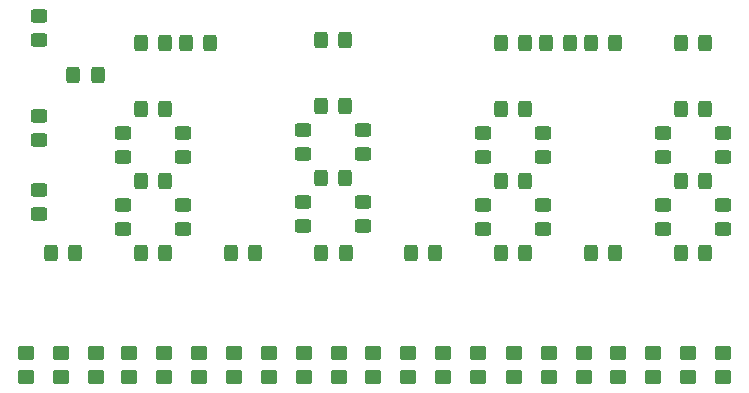
<source format=gbr>
%TF.GenerationSoftware,KiCad,Pcbnew,7.0.7*%
%TF.CreationDate,2024-09-12T05:12:33-04:00*%
%TF.ProjectId,Fluke_LCD,466c756b-655f-44c4-9344-2e6b69636164,rev?*%
%TF.SameCoordinates,Original*%
%TF.FileFunction,Paste,Top*%
%TF.FilePolarity,Positive*%
%FSLAX46Y46*%
G04 Gerber Fmt 4.6, Leading zero omitted, Abs format (unit mm)*
G04 Created by KiCad (PCBNEW 7.0.7) date 2024-09-12 05:12:33*
%MOMM*%
%LPD*%
G01*
G04 APERTURE LIST*
G04 Aperture macros list*
%AMRoundRect*
0 Rectangle with rounded corners*
0 $1 Rounding radius*
0 $2 $3 $4 $5 $6 $7 $8 $9 X,Y pos of 4 corners*
0 Add a 4 corners polygon primitive as box body*
4,1,4,$2,$3,$4,$5,$6,$7,$8,$9,$2,$3,0*
0 Add four circle primitives for the rounded corners*
1,1,$1+$1,$2,$3*
1,1,$1+$1,$4,$5*
1,1,$1+$1,$6,$7*
1,1,$1+$1,$8,$9*
0 Add four rect primitives between the rounded corners*
20,1,$1+$1,$2,$3,$4,$5,0*
20,1,$1+$1,$4,$5,$6,$7,0*
20,1,$1+$1,$6,$7,$8,$9,0*
20,1,$1+$1,$8,$9,$2,$3,0*%
G04 Aperture macros list end*
%ADD10RoundRect,0.250000X-0.450000X0.325000X-0.450000X-0.325000X0.450000X-0.325000X0.450000X0.325000X0*%
%ADD11RoundRect,0.250000X-0.325000X-0.450000X0.325000X-0.450000X0.325000X0.450000X-0.325000X0.450000X0*%
%ADD12RoundRect,0.250000X0.450000X-0.325000X0.450000X0.325000X-0.450000X0.325000X-0.450000X-0.325000X0*%
%ADD13RoundRect,0.250000X0.450000X-0.350000X0.450000X0.350000X-0.450000X0.350000X-0.450000X-0.350000X0*%
G04 APERTURE END LIST*
D10*
%TO.C,D15*%
X182880000Y-69324000D03*
X182880000Y-71374000D03*
%TD*%
D11*
%TO.C,D7*%
X164075000Y-73660000D03*
X166125000Y-73660000D03*
%TD*%
D12*
%TO.C,D41*%
X155400000Y-64100000D03*
X155400000Y-62050000D03*
%TD*%
D11*
%TO.C,D13*%
X179350000Y-73600000D03*
X181400000Y-73600000D03*
%TD*%
D10*
%TO.C,D22*%
X198120000Y-63482000D03*
X198120000Y-65532000D03*
%TD*%
D13*
%TO.C,R6*%
X157300000Y-84100000D03*
X157300000Y-82100000D03*
%TD*%
D10*
%TO.C,D3*%
X167640000Y-63491000D03*
X167640000Y-65541000D03*
%TD*%
D11*
%TO.C,D39*%
X164075000Y-55880000D03*
X166125000Y-55880000D03*
%TD*%
D10*
%TO.C,D23*%
X198120000Y-69578000D03*
X198120000Y-71628000D03*
%TD*%
D13*
%TO.C,R38*%
X207450000Y-84100000D03*
X207450000Y-82100000D03*
%TD*%
%TO.C,R34*%
X201550000Y-84100000D03*
X201550000Y-82100000D03*
%TD*%
D11*
%TO.C,D19*%
X194546000Y-61468000D03*
X196596000Y-61468000D03*
%TD*%
%TO.C,D28*%
X209786000Y-67564000D03*
X211836000Y-67564000D03*
%TD*%
%TO.C,D34*%
X198374000Y-55880000D03*
X200424000Y-55880000D03*
%TD*%
%TO.C,D44*%
X156455000Y-73660000D03*
X158505000Y-73660000D03*
%TD*%
D10*
%TO.C,D31*%
X213360000Y-69578000D03*
X213360000Y-71628000D03*
%TD*%
D11*
%TO.C,D4*%
X164075000Y-67564000D03*
X166125000Y-67564000D03*
%TD*%
D12*
%TO.C,D43*%
X155400000Y-70350000D03*
X155400000Y-68300000D03*
%TD*%
D13*
%TO.C,R40*%
X210400000Y-84100000D03*
X210400000Y-82100000D03*
%TD*%
D11*
%TO.C,D11*%
X179306000Y-61214000D03*
X181356000Y-61214000D03*
%TD*%
%TO.C,D27*%
X209786000Y-61468000D03*
X211836000Y-61468000D03*
%TD*%
%TO.C,D33*%
X202184000Y-55880000D03*
X204234000Y-55880000D03*
%TD*%
D13*
%TO.C,R18*%
X177850000Y-84100000D03*
X177850000Y-82100000D03*
%TD*%
%TO.C,R12*%
X169000000Y-84100000D03*
X169000000Y-82100000D03*
%TD*%
%TO.C,R36*%
X204500000Y-84100000D03*
X204500000Y-82100000D03*
%TD*%
D11*
%TO.C,D36*%
X179315000Y-55626000D03*
X181365000Y-55626000D03*
%TD*%
D10*
%TO.C,D9*%
X177800000Y-63228000D03*
X177800000Y-65278000D03*
%TD*%
D11*
%TO.C,D42*%
X158350000Y-58600000D03*
X160400000Y-58600000D03*
%TD*%
D10*
%TO.C,D18*%
X193040000Y-69578000D03*
X193040000Y-71628000D03*
%TD*%
D13*
%TO.C,R8*%
X160250000Y-84100000D03*
X160250000Y-82100000D03*
%TD*%
D10*
%TO.C,D6*%
X167640000Y-69587000D03*
X167640000Y-71637000D03*
%TD*%
D13*
%TO.C,R32*%
X198600000Y-84100000D03*
X198600000Y-82100000D03*
%TD*%
D11*
%TO.C,D24*%
X202175000Y-73660000D03*
X204225000Y-73660000D03*
%TD*%
D10*
%TO.C,D40*%
X155400000Y-53550000D03*
X155400000Y-55600000D03*
%TD*%
D13*
%TO.C,R1*%
X189650000Y-84100000D03*
X189650000Y-82100000D03*
%TD*%
D11*
%TO.C,D32*%
X209786000Y-55880000D03*
X211836000Y-55880000D03*
%TD*%
%TO.C,D2*%
X164075000Y-61468000D03*
X166125000Y-61468000D03*
%TD*%
D13*
%TO.C,R10*%
X166050000Y-84100000D03*
X166050000Y-82100000D03*
%TD*%
D11*
%TO.C,D35*%
X194564000Y-55880000D03*
X196614000Y-55880000D03*
%TD*%
%TO.C,D20*%
X194555000Y-67564000D03*
X196605000Y-67564000D03*
%TD*%
%TO.C,D21*%
X194555000Y-73660000D03*
X196605000Y-73660000D03*
%TD*%
D13*
%TO.C,R42*%
X213350000Y-84100000D03*
X213350000Y-82100000D03*
%TD*%
%TO.C,R28*%
X192650000Y-84100000D03*
X192650000Y-82100000D03*
%TD*%
D11*
%TO.C,D8*%
X171695000Y-73660000D03*
X173745000Y-73660000D03*
%TD*%
D10*
%TO.C,D14*%
X182880000Y-63228000D03*
X182880000Y-65278000D03*
%TD*%
%TO.C,D26*%
X208280000Y-69578000D03*
X208280000Y-71628000D03*
%TD*%
D13*
%TO.C,R20*%
X180800000Y-84100000D03*
X180800000Y-82100000D03*
%TD*%
%TO.C,R14*%
X171950000Y-84100000D03*
X171950000Y-82100000D03*
%TD*%
D10*
%TO.C,D5*%
X162560000Y-69587000D03*
X162560000Y-71637000D03*
%TD*%
D13*
%TO.C,R16*%
X174900000Y-84100000D03*
X174900000Y-82100000D03*
%TD*%
%TO.C,R22*%
X183750000Y-84100000D03*
X183750000Y-82100000D03*
%TD*%
D10*
%TO.C,D25*%
X208280000Y-63482000D03*
X208280000Y-65532000D03*
%TD*%
D11*
%TO.C,D16*%
X186935000Y-73660000D03*
X188985000Y-73660000D03*
%TD*%
D10*
%TO.C,D17*%
X193040000Y-63482000D03*
X193040000Y-65532000D03*
%TD*%
%TO.C,D30*%
X213360000Y-63482000D03*
X213360000Y-65532000D03*
%TD*%
D11*
%TO.C,D12*%
X179306000Y-67310000D03*
X181356000Y-67310000D03*
%TD*%
D10*
%TO.C,D1*%
X162560000Y-63491000D03*
X162560000Y-65541000D03*
%TD*%
D13*
%TO.C,R24*%
X186700000Y-84100000D03*
X186700000Y-82100000D03*
%TD*%
D11*
%TO.C,D38*%
X167885000Y-55880000D03*
X169935000Y-55880000D03*
%TD*%
D13*
%TO.C,R2*%
X163100000Y-84100000D03*
X163100000Y-82100000D03*
%TD*%
%TO.C,R30*%
X195650000Y-84100000D03*
X195650000Y-82100000D03*
%TD*%
D11*
%TO.C,D29*%
X209786000Y-73642000D03*
X211836000Y-73642000D03*
%TD*%
D10*
%TO.C,D10*%
X177800000Y-69333000D03*
X177800000Y-71383000D03*
%TD*%
D13*
%TO.C,R4*%
X154350000Y-84100000D03*
X154350000Y-82100000D03*
%TD*%
M02*

</source>
